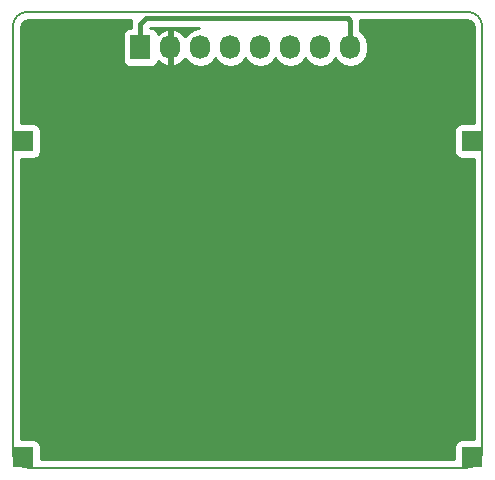
<source format=gbr>
%TF.GenerationSoftware,KiCad,Pcbnew,4.0.7*%
%TF.CreationDate,2019-01-12T03:56:20+05:00*%
%TF.ProjectId,Nokia1202_LCD,4E6F6B6961313230325F4C43442E6B69,0.1*%
%TF.FileFunction,Copper,L2,Bot,Signal*%
%FSLAX46Y46*%
G04 Gerber Fmt 4.6, Leading zero omitted, Abs format (unit mm)*
G04 Created by KiCad (PCBNEW 4.0.7) date Sat Jan 12 03:56:20 2019*
%MOMM*%
%LPD*%
G01*
G04 APERTURE LIST*
%ADD10C,0.100000*%
%ADD11C,0.150000*%
%ADD12R,1.727200X2.032000*%
%ADD13O,1.727200X2.032000*%
%ADD14R,1.700000X1.700000*%
%ADD15C,0.400000*%
%ADD16C,0.254000*%
G04 APERTURE END LIST*
D10*
D11*
X127381000Y-212090000D02*
G75*
G03X126111000Y-210820000I-1270000J0D01*
G01*
X87630000Y-248158000D02*
G75*
G03X88900000Y-249428000I1270000J0D01*
G01*
X126111000Y-249428000D02*
G75*
G03X127381000Y-248158000I0J1270000D01*
G01*
X88900000Y-210820000D02*
G75*
G03X87630000Y-212090000I0J-1270000D01*
G01*
X87630000Y-248158000D02*
X87630000Y-212090000D01*
X126111000Y-249428000D02*
X88900000Y-249428000D01*
X127381000Y-212090000D02*
X127381000Y-248158000D01*
X88900000Y-210820000D02*
X126111000Y-210820000D01*
D12*
X98448000Y-213852000D03*
D13*
X100988000Y-213852000D03*
X103528000Y-213852000D03*
X106068000Y-213852000D03*
X108608000Y-213852000D03*
X111148000Y-213852000D03*
X113688000Y-213852000D03*
X116228000Y-213852000D03*
D14*
X88519000Y-248535700D03*
X126492000Y-248535700D03*
X88531700Y-221776800D03*
X126479300Y-221776800D03*
D15*
X116228000Y-213852000D02*
X116228000Y-211586000D01*
X116228000Y-211586000D02*
X115995400Y-211353400D01*
X115995400Y-211353400D02*
X98920300Y-211353400D01*
X98920300Y-211353400D02*
X98448000Y-211825700D01*
X98448000Y-211825700D02*
X98448000Y-212852000D01*
D16*
G36*
X97613000Y-211825700D02*
X97613000Y-212188560D01*
X97584400Y-212188560D01*
X97349083Y-212232838D01*
X97132959Y-212371910D01*
X96987969Y-212584110D01*
X96936960Y-212836000D01*
X96936960Y-214868000D01*
X96981238Y-215103317D01*
X97120310Y-215319441D01*
X97332510Y-215464431D01*
X97584400Y-215515440D01*
X99311600Y-215515440D01*
X99546917Y-215471162D01*
X99763041Y-215332090D01*
X99908031Y-215119890D01*
X99927232Y-215025073D01*
X100085964Y-215202732D01*
X100613209Y-215456709D01*
X100628974Y-215459358D01*
X100861000Y-215338217D01*
X100861000Y-213979000D01*
X100841000Y-213979000D01*
X100841000Y-213725000D01*
X100861000Y-213725000D01*
X100861000Y-212365783D01*
X100628974Y-212244642D01*
X100613209Y-212247291D01*
X100085964Y-212501268D01*
X99929093Y-212676845D01*
X99914762Y-212600683D01*
X99775690Y-212384559D01*
X99563490Y-212239569D01*
X99311600Y-212188560D01*
X99283000Y-212188560D01*
X99283000Y-212188400D01*
X103428735Y-212188400D01*
X102954511Y-212282729D01*
X102468330Y-212607585D01*
X102261539Y-212917069D01*
X101890036Y-212501268D01*
X101362791Y-212247291D01*
X101347026Y-212244642D01*
X101115000Y-212365783D01*
X101115000Y-213725000D01*
X101135000Y-213725000D01*
X101135000Y-213979000D01*
X101115000Y-213979000D01*
X101115000Y-215338217D01*
X101347026Y-215459358D01*
X101362791Y-215456709D01*
X101890036Y-215202732D01*
X102261539Y-214786931D01*
X102468330Y-215096415D01*
X102954511Y-215421271D01*
X103528000Y-215535345D01*
X104101489Y-215421271D01*
X104587670Y-215096415D01*
X104798000Y-214781634D01*
X105008330Y-215096415D01*
X105494511Y-215421271D01*
X106068000Y-215535345D01*
X106641489Y-215421271D01*
X107127670Y-215096415D01*
X107338000Y-214781634D01*
X107548330Y-215096415D01*
X108034511Y-215421271D01*
X108608000Y-215535345D01*
X109181489Y-215421271D01*
X109667670Y-215096415D01*
X109878000Y-214781634D01*
X110088330Y-215096415D01*
X110574511Y-215421271D01*
X111148000Y-215535345D01*
X111721489Y-215421271D01*
X112207670Y-215096415D01*
X112418000Y-214781634D01*
X112628330Y-215096415D01*
X113114511Y-215421271D01*
X113688000Y-215535345D01*
X114261489Y-215421271D01*
X114747670Y-215096415D01*
X114958000Y-214781634D01*
X115168330Y-215096415D01*
X115654511Y-215421271D01*
X116228000Y-215535345D01*
X116801489Y-215421271D01*
X117287670Y-215096415D01*
X117612526Y-214610234D01*
X117726600Y-214036745D01*
X117726600Y-213667255D01*
X117612526Y-213093766D01*
X117287670Y-212607585D01*
X117063000Y-212457465D01*
X117063000Y-211586000D01*
X117051861Y-211530000D01*
X126041070Y-211530000D01*
X126319979Y-211585478D01*
X126497145Y-211703856D01*
X126615521Y-211881019D01*
X126671000Y-212159931D01*
X126671000Y-220279360D01*
X125629300Y-220279360D01*
X125393983Y-220323638D01*
X125177859Y-220462710D01*
X125032869Y-220674910D01*
X124981860Y-220926800D01*
X124981860Y-222626800D01*
X125026138Y-222862117D01*
X125165210Y-223078241D01*
X125377410Y-223223231D01*
X125629300Y-223274240D01*
X126671000Y-223274240D01*
X126671000Y-247038260D01*
X125642000Y-247038260D01*
X125406683Y-247082538D01*
X125190559Y-247221610D01*
X125045569Y-247433810D01*
X124994560Y-247685700D01*
X124994560Y-248718000D01*
X90016440Y-248718000D01*
X90016440Y-247685700D01*
X89972162Y-247450383D01*
X89833090Y-247234259D01*
X89620890Y-247089269D01*
X89369000Y-247038260D01*
X88340000Y-247038260D01*
X88340000Y-223274240D01*
X89381700Y-223274240D01*
X89617017Y-223229962D01*
X89833141Y-223090890D01*
X89978131Y-222878690D01*
X90029140Y-222626800D01*
X90029140Y-220926800D01*
X89984862Y-220691483D01*
X89845790Y-220475359D01*
X89633590Y-220330369D01*
X89381700Y-220279360D01*
X88340000Y-220279360D01*
X88340000Y-212159930D01*
X88395478Y-211881021D01*
X88513856Y-211703855D01*
X88691019Y-211585479D01*
X88969931Y-211530000D01*
X97671819Y-211530000D01*
X97613000Y-211825700D01*
X97613000Y-211825700D01*
G37*
X97613000Y-211825700D02*
X97613000Y-212188560D01*
X97584400Y-212188560D01*
X97349083Y-212232838D01*
X97132959Y-212371910D01*
X96987969Y-212584110D01*
X96936960Y-212836000D01*
X96936960Y-214868000D01*
X96981238Y-215103317D01*
X97120310Y-215319441D01*
X97332510Y-215464431D01*
X97584400Y-215515440D01*
X99311600Y-215515440D01*
X99546917Y-215471162D01*
X99763041Y-215332090D01*
X99908031Y-215119890D01*
X99927232Y-215025073D01*
X100085964Y-215202732D01*
X100613209Y-215456709D01*
X100628974Y-215459358D01*
X100861000Y-215338217D01*
X100861000Y-213979000D01*
X100841000Y-213979000D01*
X100841000Y-213725000D01*
X100861000Y-213725000D01*
X100861000Y-212365783D01*
X100628974Y-212244642D01*
X100613209Y-212247291D01*
X100085964Y-212501268D01*
X99929093Y-212676845D01*
X99914762Y-212600683D01*
X99775690Y-212384559D01*
X99563490Y-212239569D01*
X99311600Y-212188560D01*
X99283000Y-212188560D01*
X99283000Y-212188400D01*
X103428735Y-212188400D01*
X102954511Y-212282729D01*
X102468330Y-212607585D01*
X102261539Y-212917069D01*
X101890036Y-212501268D01*
X101362791Y-212247291D01*
X101347026Y-212244642D01*
X101115000Y-212365783D01*
X101115000Y-213725000D01*
X101135000Y-213725000D01*
X101135000Y-213979000D01*
X101115000Y-213979000D01*
X101115000Y-215338217D01*
X101347026Y-215459358D01*
X101362791Y-215456709D01*
X101890036Y-215202732D01*
X102261539Y-214786931D01*
X102468330Y-215096415D01*
X102954511Y-215421271D01*
X103528000Y-215535345D01*
X104101489Y-215421271D01*
X104587670Y-215096415D01*
X104798000Y-214781634D01*
X105008330Y-215096415D01*
X105494511Y-215421271D01*
X106068000Y-215535345D01*
X106641489Y-215421271D01*
X107127670Y-215096415D01*
X107338000Y-214781634D01*
X107548330Y-215096415D01*
X108034511Y-215421271D01*
X108608000Y-215535345D01*
X109181489Y-215421271D01*
X109667670Y-215096415D01*
X109878000Y-214781634D01*
X110088330Y-215096415D01*
X110574511Y-215421271D01*
X111148000Y-215535345D01*
X111721489Y-215421271D01*
X112207670Y-215096415D01*
X112418000Y-214781634D01*
X112628330Y-215096415D01*
X113114511Y-215421271D01*
X113688000Y-215535345D01*
X114261489Y-215421271D01*
X114747670Y-215096415D01*
X114958000Y-214781634D01*
X115168330Y-215096415D01*
X115654511Y-215421271D01*
X116228000Y-215535345D01*
X116801489Y-215421271D01*
X117287670Y-215096415D01*
X117612526Y-214610234D01*
X117726600Y-214036745D01*
X117726600Y-213667255D01*
X117612526Y-213093766D01*
X117287670Y-212607585D01*
X117063000Y-212457465D01*
X117063000Y-211586000D01*
X117051861Y-211530000D01*
X126041070Y-211530000D01*
X126319979Y-211585478D01*
X126497145Y-211703856D01*
X126615521Y-211881019D01*
X126671000Y-212159931D01*
X126671000Y-220279360D01*
X125629300Y-220279360D01*
X125393983Y-220323638D01*
X125177859Y-220462710D01*
X125032869Y-220674910D01*
X124981860Y-220926800D01*
X124981860Y-222626800D01*
X125026138Y-222862117D01*
X125165210Y-223078241D01*
X125377410Y-223223231D01*
X125629300Y-223274240D01*
X126671000Y-223274240D01*
X126671000Y-247038260D01*
X125642000Y-247038260D01*
X125406683Y-247082538D01*
X125190559Y-247221610D01*
X125045569Y-247433810D01*
X124994560Y-247685700D01*
X124994560Y-248718000D01*
X90016440Y-248718000D01*
X90016440Y-247685700D01*
X89972162Y-247450383D01*
X89833090Y-247234259D01*
X89620890Y-247089269D01*
X89369000Y-247038260D01*
X88340000Y-247038260D01*
X88340000Y-223274240D01*
X89381700Y-223274240D01*
X89617017Y-223229962D01*
X89833141Y-223090890D01*
X89978131Y-222878690D01*
X90029140Y-222626800D01*
X90029140Y-220926800D01*
X89984862Y-220691483D01*
X89845790Y-220475359D01*
X89633590Y-220330369D01*
X89381700Y-220279360D01*
X88340000Y-220279360D01*
X88340000Y-212159930D01*
X88395478Y-211881021D01*
X88513856Y-211703855D01*
X88691019Y-211585479D01*
X88969931Y-211530000D01*
X97671819Y-211530000D01*
X97613000Y-211825700D01*
M02*

</source>
